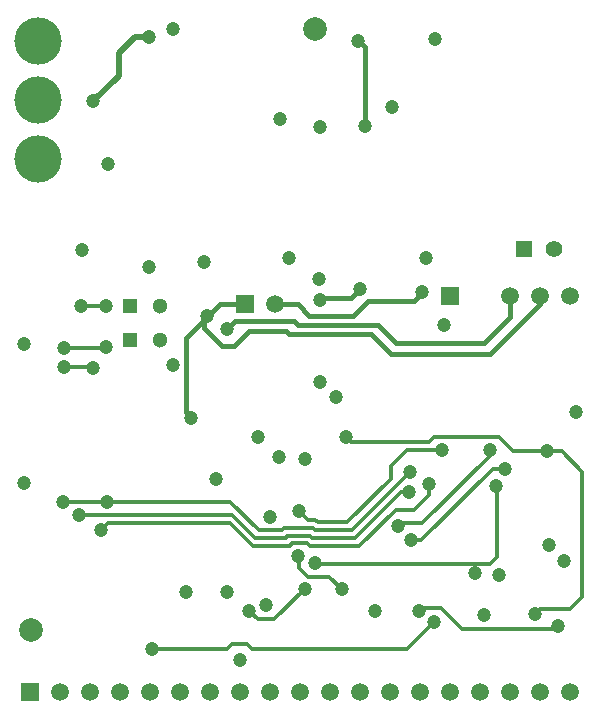
<source format=gbl>
%FSLAX43Y43*%
%MOMM*%
G71*
G01*
G75*
G04 Layer_Physical_Order=4*
%ADD10R,1.000X0.800*%
%ADD11R,0.800X1.000*%
%ADD12R,1.800X1.600*%
%ADD13R,2.000X6.000*%
%ADD14R,1.600X1.800*%
%ADD15R,1.300X0.850*%
%ADD16R,1.200X2.850*%
%ADD17O,2.000X1.000*%
%ADD18R,2.000X1.000*%
%ADD19C,0.125*%
%ADD20R,1.700X0.600*%
%ADD21R,1.700X0.600*%
%ADD22R,0.600X2.200*%
%ADD23R,0.600X2.200*%
%ADD24R,1.450X0.550*%
%ADD25R,1.450X0.550*%
%ADD26R,0.600X2.150*%
%ADD27R,0.600X2.150*%
%ADD28C,0.500*%
%ADD29C,0.400*%
%ADD30C,0.600*%
%ADD31C,1.000*%
%ADD32C,1.500*%
%ADD33C,2.000*%
%ADD34R,1.500X1.500*%
%ADD35R,1.300X1.300*%
%ADD36C,1.300*%
%ADD37C,4.000*%
%ADD38C,1.400*%
%ADD39R,1.400X1.400*%
%ADD40C,1.200*%
%ADD41C,0.300*%
D28*
X11025Y62550D02*
X12225D01*
X7500Y57100D02*
X9675Y59275D01*
Y61200D02*
X11025Y62550D01*
X9675Y59275D02*
Y61200D01*
D29*
X29925Y62225D02*
X30475Y61675D01*
Y55025D02*
Y61675D01*
X27075Y40450D02*
X29350D01*
X26775Y40150D02*
X27075Y40450D01*
X29350D02*
X30100Y41200D01*
X30725Y40250D02*
X34625D01*
X22910Y39937D02*
X24788D01*
X34625Y40250D02*
X35325Y40950D01*
X15300Y30825D02*
Y37050D01*
Y30825D02*
X15775Y30350D01*
X29450Y38975D02*
X30725Y40250D01*
X24788Y39937D02*
X25750Y38975D01*
X29450D01*
X24475Y38500D02*
X24800Y38175D01*
X31600D01*
X33125Y36650D01*
X18850Y37850D02*
X19500Y38500D01*
X16869Y37881D02*
X18350Y36400D01*
X19400D01*
X19500Y38500D02*
X24475D01*
X19400Y36400D02*
X20650Y37650D01*
X23850D01*
X24050Y37450D01*
X31025D01*
X32725Y35750D01*
X42772Y38872D02*
Y40591D01*
X33125Y36650D02*
X40550D01*
X42772Y38872D01*
X32725Y35750D02*
X41100D01*
X45312Y39962D01*
Y40591D01*
X15775Y30300D02*
Y30350D01*
X16869Y37881D02*
Y38619D01*
X18187Y39937D02*
X20370D01*
X15300Y37050D02*
X18187Y39937D01*
D32*
X42740Y7100D02*
D03*
X32580D02*
D03*
X45280D02*
D03*
X22910Y39937D02*
D03*
X42772Y40591D02*
D03*
X45312D02*
D03*
X47852D02*
D03*
X35120Y7100D02*
D03*
X4640D02*
D03*
X7180D02*
D03*
X9720D02*
D03*
X12260D02*
D03*
X14800D02*
D03*
X17340D02*
D03*
X19880D02*
D03*
X22420D02*
D03*
X24960D02*
D03*
X27500D02*
D03*
X30040D02*
D03*
X37660D02*
D03*
X40200D02*
D03*
X47820D02*
D03*
D33*
X26300Y63250D02*
D03*
X2200Y12375D02*
D03*
D34*
X20370Y39937D02*
D03*
X37692Y40591D02*
D03*
X2100Y7100D02*
D03*
D35*
X10608Y36888D02*
D03*
Y39763D02*
D03*
D36*
X13108Y36888D02*
D03*
Y39763D02*
D03*
D37*
X2800Y62200D02*
D03*
Y57200D02*
D03*
Y52200D02*
D03*
D38*
X46486Y44592D02*
D03*
D39*
X43986D02*
D03*
D40*
X23275Y55600D02*
D03*
X26725Y40325D02*
D03*
X22425Y21900D02*
D03*
X14225Y63250D02*
D03*
X14200Y34825D02*
D03*
X16875Y43475D02*
D03*
X12175Y43100D02*
D03*
X1638Y24825D02*
D03*
Y36525D02*
D03*
X40575Y13600D02*
D03*
X44925Y13725D02*
D03*
X41884Y16984D02*
D03*
X45875Y27475D02*
D03*
X28875Y28713D02*
D03*
X48400Y30825D02*
D03*
X34375Y19975D02*
D03*
X35100Y13925D02*
D03*
X31325Y13975D02*
D03*
X24825Y18625D02*
D03*
X28525Y15800D02*
D03*
X28000Y32050D02*
D03*
X25375Y26850D02*
D03*
X17879Y25121D02*
D03*
X21440Y28698D02*
D03*
X18800Y15550D02*
D03*
X20650Y14000D02*
D03*
X25375Y15825D02*
D03*
X19925Y9800D02*
D03*
X15350Y15550D02*
D03*
X22125Y14450D02*
D03*
X46850Y12725D02*
D03*
X47310Y18200D02*
D03*
X46040Y19550D02*
D03*
X39825Y17200D02*
D03*
X41625Y24550D02*
D03*
X26225Y18025D02*
D03*
X17100Y38925D02*
D03*
X18850Y37850D02*
D03*
X24025Y43850D02*
D03*
X26600Y42075D02*
D03*
X37150Y38150D02*
D03*
X35625Y43825D02*
D03*
X15775Y30300D02*
D03*
X35325Y40950D02*
D03*
X30100Y41200D02*
D03*
X8705Y51820D02*
D03*
X26675Y54975D02*
D03*
X32758Y56617D02*
D03*
X36450Y62388D02*
D03*
X29925Y62225D02*
D03*
X30475Y55025D02*
D03*
X24925Y22400D02*
D03*
X33325Y21175D02*
D03*
X41050Y27600D02*
D03*
X42350Y26025D02*
D03*
X37025Y27575D02*
D03*
X36350Y13025D02*
D03*
X12425Y10750D02*
D03*
X35925Y24700D02*
D03*
X8125Y20800D02*
D03*
X7450Y34500D02*
D03*
X5000Y34650D02*
D03*
X6425Y39750D02*
D03*
X8575D02*
D03*
X8550Y36300D02*
D03*
X5025Y36250D02*
D03*
X34225Y24050D02*
D03*
X6275Y22125D02*
D03*
X8625Y23225D02*
D03*
X26650Y33325D02*
D03*
X23225Y27025D02*
D03*
X4950Y23225D02*
D03*
X34300Y25750D02*
D03*
X7500Y57100D02*
D03*
X12225Y62550D02*
D03*
X6500Y44550D02*
D03*
D41*
X8750Y21425D02*
X19075D01*
X19275Y22125D02*
X21225Y20175D01*
X19075Y21425D02*
X21025Y19475D01*
X34675Y22550D02*
X35925Y23800D01*
X33100Y22550D02*
X34675D01*
X30025Y19475D02*
X33100Y22550D01*
X34025Y27600D02*
X36925D01*
X32700Y26275D02*
X34025Y27600D01*
X32700Y25175D02*
Y26275D01*
X29000Y21475D02*
X32700Y25175D01*
X19100Y23225D02*
X21500Y20825D01*
X35250Y19950D02*
X41325Y26025D01*
X35300Y21375D02*
X41050Y27125D01*
X33750Y21375D02*
X35300D01*
X41075Y17925D02*
X41650Y18500D01*
Y24525D01*
X26650Y17925D02*
X41075D01*
X39825Y17200D02*
Y17800D01*
X39950Y17925D01*
X41625Y24550D02*
X41650Y24525D01*
X36950Y14175D02*
X38700Y12425D01*
X46550D01*
X21400Y13250D02*
X22800D01*
X20650Y14000D02*
X21400Y13250D01*
X22800D02*
X25375Y15825D01*
X26125Y17925D02*
X26750D01*
X18775Y10750D02*
X19200Y11175D01*
X20500D01*
X20925Y10750D01*
X25675Y16850D02*
X27475D01*
X24950Y17575D02*
X25675Y16850D01*
X24950Y17575D02*
Y18600D01*
X29400Y20825D02*
X34300Y25725D01*
X29675Y20175D02*
X33550Y24050D01*
X24350Y19700D02*
X25625D01*
X5000Y34650D02*
X7300D01*
X7450Y34500D01*
X6425Y39750D02*
X8575D01*
X24125Y19475D02*
X24350Y19700D01*
X25625D02*
X25850Y19475D01*
X8125Y20800D02*
X8750Y21425D01*
X35925Y23800D02*
Y24700D01*
X21025Y19475D02*
X24125D01*
X25850D02*
X30025D01*
X23925Y20325D02*
X25875D01*
X6275Y22125D02*
X19275D01*
X23775Y20175D02*
X23925Y20325D01*
X25875D02*
X26025Y20175D01*
X33550Y24050D02*
X34225D01*
X21225Y20175D02*
X23775D01*
X26025D02*
X29675D01*
X23650Y20975D02*
X26125D01*
X5025Y36250D02*
X8500D01*
X23500Y20825D02*
X23650Y20975D01*
X26125D02*
X26275Y20825D01*
X8500Y36250D02*
X8550Y36300D01*
X34300Y25725D02*
Y25750D01*
X4950Y23225D02*
X19100D01*
X21500Y20825D02*
X23500D01*
X26275D02*
X29400D01*
X12425Y10750D02*
X18775D01*
X24925Y22400D02*
X25650Y21675D01*
X26300D02*
X26500Y21475D01*
X25650Y21675D02*
X26300D01*
X37025Y27575D02*
Y27700D01*
X26500Y21475D02*
X29000D01*
X36925Y27600D02*
X37025Y27700D01*
X27475Y16850D02*
X28525Y15800D01*
X35100Y13925D02*
X35350Y14175D01*
X46550Y12425D02*
X46850Y12725D01*
X35350Y14175D02*
X36950D01*
X34375Y19975D02*
X34400Y19950D01*
X41325Y26025D02*
X42350D01*
X34400Y19950D02*
X35250D01*
X33275Y20900D02*
X33750Y21375D01*
X41050Y27125D02*
Y27600D01*
X29288Y28300D02*
X35950D01*
X36325Y28675D01*
X41825D01*
X43025Y27475D01*
X45325Y14125D02*
X47850D01*
X48900Y15175D01*
Y25725D01*
X47150Y27475D02*
X48900Y25725D01*
X28875Y28713D02*
X29288Y28300D01*
X44925Y13725D02*
X45325Y14125D01*
X43025Y27475D02*
X47150D01*
X20925Y10750D02*
X34075D01*
X36350Y13025D01*
M02*

</source>
